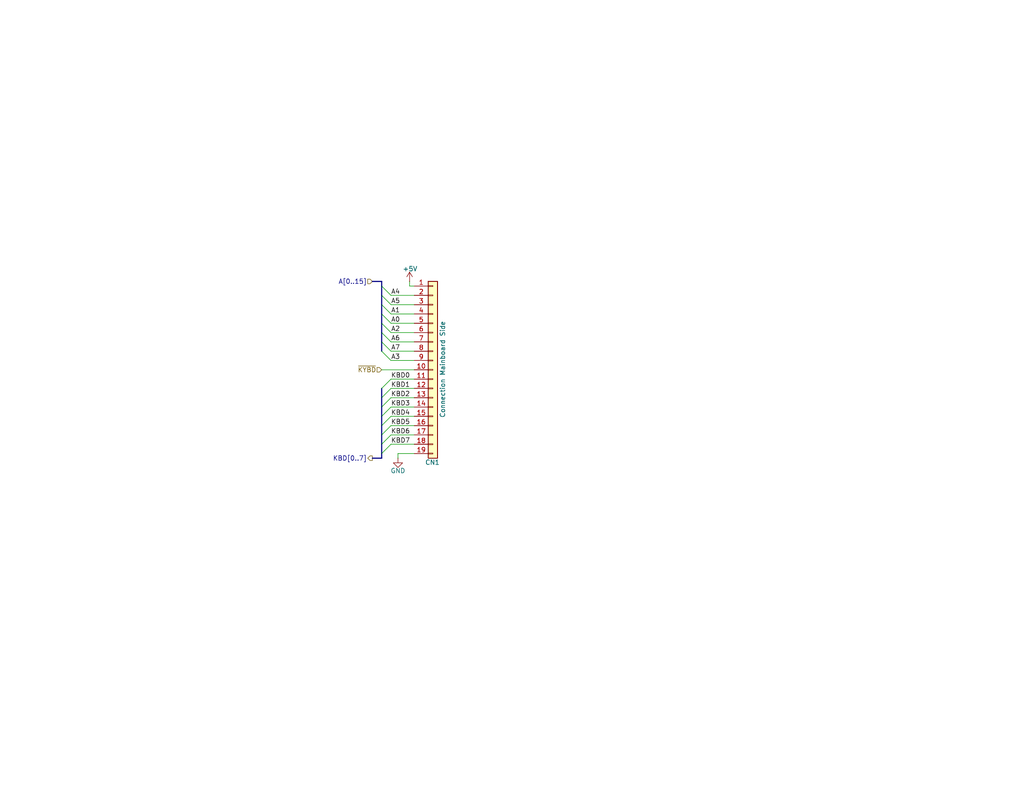
<source format=kicad_sch>
(kicad_sch (version 20250114) (generator "eeschema") (generator_version "9.0")
  (paper "USLetter")
  (title_block (title "TRS-80 Model I Rev HE11E011550") (date "2025-06-14") (rev "E1A") (company "RetroStack - Marcel Erz") (comment 2 "Keyboard interface") (comment 4 "Keyboard & Interface"))
  (lib_symbols
    (symbol "Connector_Generic:Conn_01x19" (pin_names (offset 1.016) (hide yes))
      (property "Reference" "J" (at 0 25.4 0))
      (property "Value" "Conn_01x19" (at 0 -25.4 0))
      (symbol "Conn_01x19_1_1"
        (rectangle (start -1.27 24.13) (end 1.27 -24.13) (stroke (width 0.254)) (fill (type background)))
        (rectangle (start -1.27 22.987) (end 0 22.733) (stroke (width 0.1524)))
        (rectangle (start -1.27 20.447) (end 0 20.193) (stroke (width 0.1524)))
        (rectangle (start -1.27 17.907) (end 0 17.653) (stroke (width 0.1524)))
        (rectangle (start -1.27 15.367) (end 0 15.113) (stroke (width 0.1524)))
        (rectangle (start -1.27 12.827) (end 0 12.573) (stroke (width 0.1524)))
        (rectangle (start -1.27 10.287) (end 0 10.033) (stroke (width 0.1524)))
        (rectangle (start -1.27 7.747) (end 0 7.493) (stroke (width 0.1524)))
        (rectangle (start -1.27 5.207) (end 0 4.953) (stroke (width 0.1524)))
        (rectangle (start -1.27 2.667) (end 0 2.413) (stroke (width 0.1524)))
        (rectangle (start -1.27 0.127) (end 0 -0.127) (stroke (width 0.1524)))
        (rectangle (start -1.27 -2.413) (end 0 -2.667) (stroke (width 0.1524)))
        (rectangle (start -1.27 -4.953) (end 0 -5.207) (stroke (width 0.1524)))
        (rectangle (start -1.27 -7.493) (end 0 -7.747) (stroke (width 0.1524)))
        (rectangle (start -1.27 -10.033) (end 0 -10.287) (stroke (width 0.1524)))
        (rectangle (start -1.27 -12.573) (end 0 -12.827) (stroke (width 0.1524)))
        (rectangle (start -1.27 -15.113) (end 0 -15.367) (stroke (width 0.1524)))
        (rectangle (start -1.27 -17.653) (end 0 -17.907) (stroke (width 0.1524)))
        (rectangle (start -1.27 -20.193) (end 0 -20.447) (stroke (width 0.1524)))
        (rectangle (start -1.27 -22.733) (end 0 -22.987) (stroke (width 0.1524)))
        (pin passive line (at -5.08 22.86 0) (length 3.81) (name "Pin_1") (number "1"))
        (pin passive line (at -5.08 20.32 0) (length 3.81) (name "Pin_2") (number "2"))
        (pin passive line (at -5.08 17.78 0) (length 3.81) (name "Pin_3") (number "3"))
        (pin passive line (at -5.08 15.24 0) (length 3.81) (name "Pin_4") (number "4"))
        (pin passive line (at -5.08 12.7 0) (length 3.81) (name "Pin_5") (number "5"))
        (pin passive line (at -5.08 10.16 0) (length 3.81) (name "Pin_6") (number "6"))
        (pin passive line (at -5.08 7.62 0) (length 3.81) (name "Pin_7") (number "7"))
        (pin passive line (at -5.08 5.08 0) (length 3.81) (name "Pin_8") (number "8"))
        (pin passive line (at -5.08 2.54 0) (length 3.81) (name "Pin_9") (number "9"))
        (pin passive line (at -5.08 0 0) (length 3.81) (name "Pin_10") (number "10"))
        (pin passive line (at -5.08 -2.54 0) (length 3.81) (name "Pin_11") (number "11"))
        (pin passive line (at -5.08 -5.08 0) (length 3.81) (name "Pin_12") (number "12"))
        (pin passive line (at -5.08 -7.62 0) (length 3.81) (name "Pin_13") (number "13"))
        (pin passive line (at -5.08 -10.16 0) (length 3.81) (name "Pin_14") (number "14"))
        (pin passive line (at -5.08 -12.7 0) (length 3.81) (name "Pin_15") (number "15"))
        (pin passive line (at -5.08 -15.24 0) (length 3.81) (name "Pin_16") (number "16"))
        (pin passive line (at -5.08 -17.78 0) (length 3.81) (name "Pin_17") (number "17"))
        (pin passive line (at -5.08 -20.32 0) (length 3.81) (name "Pin_18") (number "18"))
        (pin passive line (at -5.08 -22.86 0) (length 3.81) (name "Pin_19") (number "19"))
      )
    )
    (symbol "power:+5V" (power) (pin_numbers (hide yes)) (pin_names (offset 0) (hide yes))
      (property "Value" "+5V" (at 0 3.556 0))
      (symbol "+5V_0_1"
        (polyline (pts (xy -0.762 1.27) (xy 0 2.54)))
        (polyline (pts (xy 0 2.54) (xy 0.762 1.27)))
        (polyline (pts (xy 0 0) (xy 0 2.54)))
      )
      (symbol "+5V_1_1"
        (pin power_in line (at 0 0 90) (length 0) (name "~") (number "1"))
      )
    )
    (symbol "power:GND" (power) (pin_numbers (hide yes)) (pin_names (offset 0) (hide yes))
      (property "Value" "GND" (at 0 -3.81 0))
      (symbol "GND_0_1"
        (polyline (pts (xy 0 0) (xy 0 -1.27) (xy 1.27 -1.27) (xy 0 -2.54) (xy -1.27 -1.27) (xy 0 -1.27)))
      )
      (symbol "GND_1_1"
        (pin power_in line (at 0 0 270) (length 0) (name "~") (number "1"))
      )
    )
  )
  (bus_entry (at 104.14 121.285) (size 2.54 -2.54))
  (bus_entry (at 104.14 83.185) (size 2.54 2.54))
  (bus_entry (at 104.14 90.805) (size 2.54 2.54))
  (bus_entry (at 104.14 106.045) (size 2.54 -2.54))
  (bus_entry (at 104.14 85.725) (size 2.54 2.54))
  (bus_entry (at 104.14 88.265) (size 2.54 2.54))
  (bus_entry (at 104.14 116.205) (size 2.54 -2.54))
  (bus_entry (at 104.14 113.665) (size 2.54 -2.54))
  (bus_entry (at 104.14 108.585) (size 2.54 -2.54))
  (bus_entry (at 104.14 95.885) (size 2.54 2.54))
  (bus_entry (at 104.14 111.125) (size 2.54 -2.54))
  (bus_entry (at 104.14 123.825) (size 2.54 -2.54))
  (bus_entry (at 104.14 93.345) (size 2.54 2.54))
  (bus_entry (at 104.14 80.645) (size 2.54 2.54))
  (bus_entry (at 104.14 78.105) (size 2.54 2.54))
  (bus_entry (at 104.14 118.745) (size 2.54 -2.54))
  (bus (pts (xy 101.6 125.095) (xy 104.14 125.095)))
  (wire (pts (xy 106.68 85.725) (xy 113.03 85.725)))
  (bus (pts (xy 104.14 83.185) (xy 104.14 80.645)))
  (bus (pts (xy 104.14 118.745) (xy 104.14 121.285)))
  (wire (pts (xy 106.68 111.125) (xy 113.03 111.125)))
  (wire (pts (xy 106.68 98.425) (xy 113.03 98.425)))
  (wire (pts (xy 106.68 113.665) (xy 113.03 113.665)))
  (bus (pts (xy 104.14 111.125) (xy 104.14 113.665)))
  (wire (pts (xy 106.68 83.185) (xy 113.03 83.185)))
  (bus (pts (xy 104.14 80.645) (xy 104.14 78.105)))
  (bus (pts (xy 104.14 88.265) (xy 104.14 85.725)))
  (bus (pts (xy 104.14 85.725) (xy 104.14 83.185)))
  (wire (pts (xy 106.68 108.585) (xy 113.03 108.585)))
  (wire (pts (xy 106.68 106.045) (xy 113.03 106.045)))
  (bus (pts (xy 104.14 108.585) (xy 104.14 111.125)))
  (wire (pts (xy 104.14 100.965) (xy 113.03 100.965)))
  (wire (pts (xy 113.03 123.825) (xy 108.585 123.825)))
  (bus (pts (xy 104.14 121.285) (xy 104.14 123.825)))
  (bus (pts (xy 104.14 123.825) (xy 104.14 125.095)))
  (wire (pts (xy 106.68 118.745) (xy 113.03 118.745)))
  (wire (pts (xy 106.68 93.345) (xy 113.03 93.345)))
  (wire (pts (xy 106.68 121.285) (xy 113.03 121.285)))
  (bus (pts (xy 104.14 95.885) (xy 104.14 93.345)))
  (wire (pts (xy 111.76 78.105) (xy 111.76 76.835)))
  (bus (pts (xy 104.14 90.805) (xy 104.14 88.265)))
  (bus (pts (xy 104.14 116.205) (xy 104.14 118.745)))
  (wire (pts (xy 106.68 103.505) (xy 113.03 103.505)))
  (wire (pts (xy 106.68 95.885) (xy 113.03 95.885)))
  (bus (pts (xy 104.14 93.345) (xy 104.14 90.805)))
  (wire (pts (xy 106.68 88.265) (xy 113.03 88.265)))
  (bus (pts (xy 104.14 78.105) (xy 104.14 76.835)))
  (wire (pts (xy 108.585 123.825) (xy 108.585 125.095)))
  (bus (pts (xy 101.6 76.835) (xy 104.14 76.835)))
  (wire (pts (xy 113.03 78.105) (xy 111.76 78.105)))
  (wire (pts (xy 106.68 116.205) (xy 113.03 116.205)))
  (bus (pts (xy 104.14 113.665) (xy 104.14 116.205)))
  (wire (pts (xy 106.68 80.645) (xy 113.03 80.645)))
  (wire (pts (xy 106.68 90.805) (xy 113.03 90.805)))
  (bus (pts (xy 104.14 106.045) (xy 104.14 108.585)))
  (label "A2" (at 106.68 90.805 0))
  (label "KBD4" (at 106.68 113.665 0))
  (label "A0" (at 106.68 88.265 0))
  (label "A4" (at 106.68 80.645 0))
  (label "A5" (at 106.68 83.185 0))
  (label "KBD2" (at 106.68 108.585 0))
  (label "KBD3" (at 106.68 111.125 0))
  (label "A1" (at 106.68 85.725 0))
  (label "KBD7" (at 106.68 121.285 0))
  (label "A7" (at 106.68 95.885 0))
  (label "A3" (at 106.68 98.425 0))
  (label "KBD6" (at 106.68 118.745 0))
  (label "A6" (at 106.68 93.345 0))
  (label "KBD5" (at 106.68 116.205 0))
  (label "KBD0" (at 106.68 103.505 0))
  (label "KBD1" (at 106.68 106.045 0))
  (hierarchical_label "A[0..15]" (shape input) (at 101.6 76.835 180))
  (hierarchical_label "~{KYBD}" (shape input) (at 104.14 100.965 180))
  (hierarchical_label "KBD[0..7]" (shape output) (at 101.6 125.095 180))
  (symbol (lib_id "power:+5V") (at 111.76 76.835 0) (unit 1)
    (property "Reference" "#PWR025" (effects (hide yes)))
    (property "Value" "+5V" (at 111.887 73.406 0))
    (property "Description" "Power symbol creates a global label with name \"+5V\"" (effects (hide yes)))
  )
  (symbol (lib_id "Connector_Generic:Conn_01x19") (at 118.11 100.965 0) (unit 1)
    (property "Reference" "CN1" (at 117.983 126.238 0))
    (property "Value" "Connection Mainboard Side" (at 120.777 100.838 90))
    (property "Footprint" "Library:TRS80_Model_I_Keyboard_Connector_Jap" (effects (hide yes)))
    (property "Description" "Generic connector, single row, 01x19, script generated (kicad-library-utils/schlib/autogen/connector/)" (effects (hide yes)))
  )
  (symbol (lib_id "power:GND") (at 108.585 125.095 0) (unit 1)
    (property "Reference" "#PWR090" (effects (hide yes)))
    (property "Value" "GND" (at 108.585 128.524 0))
    (property "Description" "Power symbol creates a global label with name \"GND\" , ground" (effects (hide yes)))
  )
)
</source>
